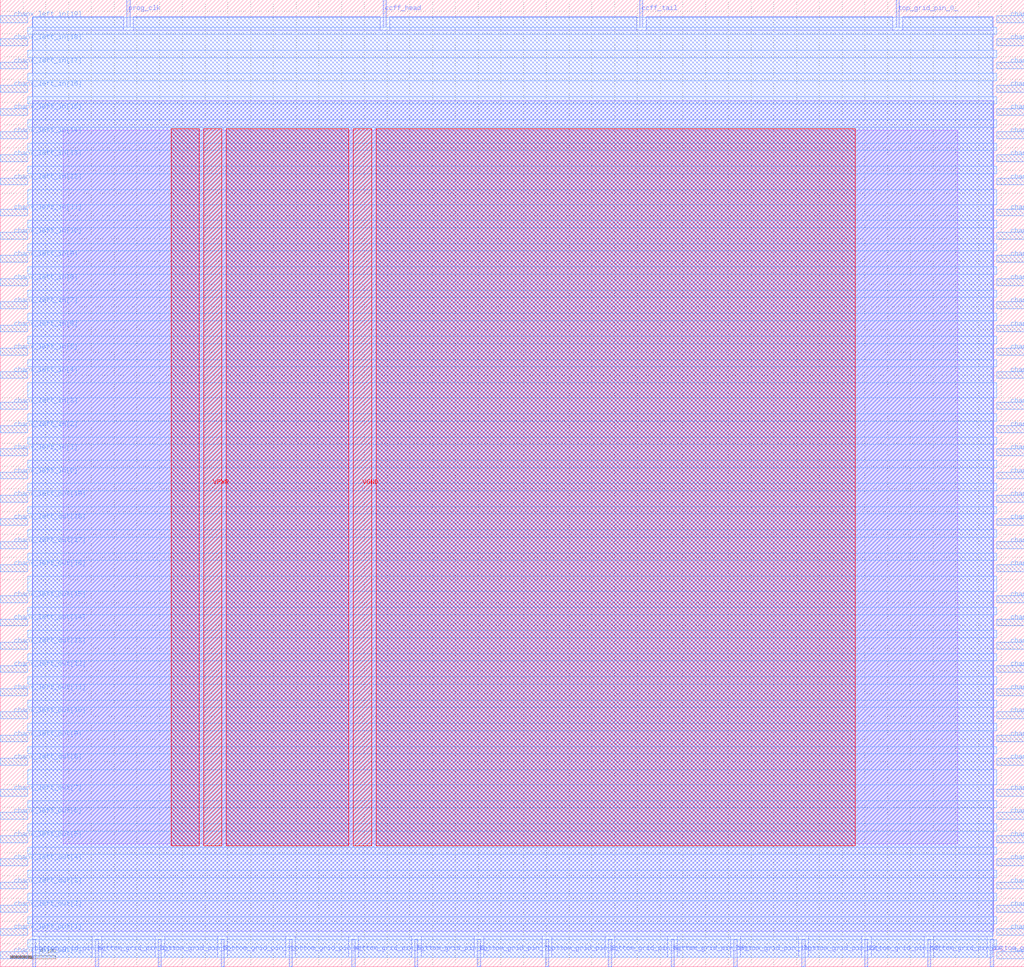
<source format=lef>
VERSION 5.7 ;
  NOWIREEXTENSIONATPIN ON ;
  DIVIDERCHAR "/" ;
  BUSBITCHARS "[]" ;
MACRO cbx_1__8_
  CLASS BLOCK ;
  FOREIGN cbx_1__8_ ;
  ORIGIN 0.000 0.000 ;
  SIZE 90.000 BY 85.000 ;
  PIN bottom_grid_pin_0_
    DIRECTION OUTPUT TRISTATE ;
    PORT
      LAYER met2 ;
        RECT 2.850 0.000 3.130 2.400 ;
    END
  END bottom_grid_pin_0_
  PIN bottom_grid_pin_10_
    DIRECTION OUTPUT TRISTATE ;
    PORT
      LAYER met2 ;
        RECT 58.970 0.000 59.250 2.400 ;
    END
  END bottom_grid_pin_10_
  PIN bottom_grid_pin_11_
    DIRECTION OUTPUT TRISTATE ;
    PORT
      LAYER met2 ;
        RECT 64.490 0.000 64.770 2.400 ;
    END
  END bottom_grid_pin_11_
  PIN bottom_grid_pin_12_
    DIRECTION OUTPUT TRISTATE ;
    PORT
      LAYER met2 ;
        RECT 70.470 0.000 70.750 2.400 ;
    END
  END bottom_grid_pin_12_
  PIN bottom_grid_pin_13_
    DIRECTION OUTPUT TRISTATE ;
    PORT
      LAYER met2 ;
        RECT 75.990 0.000 76.270 2.400 ;
    END
  END bottom_grid_pin_13_
  PIN bottom_grid_pin_14_
    DIRECTION OUTPUT TRISTATE ;
    PORT
      LAYER met2 ;
        RECT 81.510 0.000 81.790 2.400 ;
    END
  END bottom_grid_pin_14_
  PIN bottom_grid_pin_15_
    DIRECTION OUTPUT TRISTATE ;
    PORT
      LAYER met2 ;
        RECT 87.030 0.000 87.310 2.400 ;
    END
  END bottom_grid_pin_15_
  PIN bottom_grid_pin_1_
    DIRECTION OUTPUT TRISTATE ;
    PORT
      LAYER met2 ;
        RECT 8.370 0.000 8.650 2.400 ;
    END
  END bottom_grid_pin_1_
  PIN bottom_grid_pin_2_
    DIRECTION OUTPUT TRISTATE ;
    PORT
      LAYER met2 ;
        RECT 13.890 0.000 14.170 2.400 ;
    END
  END bottom_grid_pin_2_
  PIN bottom_grid_pin_3_
    DIRECTION OUTPUT TRISTATE ;
    PORT
      LAYER met2 ;
        RECT 19.410 0.000 19.690 2.400 ;
    END
  END bottom_grid_pin_3_
  PIN bottom_grid_pin_4_
    DIRECTION OUTPUT TRISTATE ;
    PORT
      LAYER met2 ;
        RECT 25.390 0.000 25.670 2.400 ;
    END
  END bottom_grid_pin_4_
  PIN bottom_grid_pin_5_
    DIRECTION OUTPUT TRISTATE ;
    PORT
      LAYER met2 ;
        RECT 30.910 0.000 31.190 2.400 ;
    END
  END bottom_grid_pin_5_
  PIN bottom_grid_pin_6_
    DIRECTION OUTPUT TRISTATE ;
    PORT
      LAYER met2 ;
        RECT 36.430 0.000 36.710 2.400 ;
    END
  END bottom_grid_pin_6_
  PIN bottom_grid_pin_7_
    DIRECTION OUTPUT TRISTATE ;
    PORT
      LAYER met2 ;
        RECT 41.950 0.000 42.230 2.400 ;
    END
  END bottom_grid_pin_7_
  PIN bottom_grid_pin_8_
    DIRECTION OUTPUT TRISTATE ;
    PORT
      LAYER met2 ;
        RECT 47.930 0.000 48.210 2.400 ;
    END
  END bottom_grid_pin_8_
  PIN bottom_grid_pin_9_
    DIRECTION OUTPUT TRISTATE ;
    PORT
      LAYER met2 ;
        RECT 53.450 0.000 53.730 2.400 ;
    END
  END bottom_grid_pin_9_
  PIN ccff_head
    DIRECTION INPUT ;
    PORT
      LAYER met2 ;
        RECT 33.670 82.600 33.950 85.000 ;
    END
  END ccff_head
  PIN ccff_tail
    DIRECTION OUTPUT TRISTATE ;
    PORT
      LAYER met2 ;
        RECT 56.210 82.600 56.490 85.000 ;
    END
  END ccff_tail
  PIN chanx_left_in[0]
    DIRECTION INPUT ;
    PORT
      LAYER met3 ;
        RECT 0.000 42.880 2.400 43.480 ;
    END
  END chanx_left_in[0]
  PIN chanx_left_in[10]
    DIRECTION INPUT ;
    PORT
      LAYER met3 ;
        RECT 0.000 63.960 2.400 64.560 ;
    END
  END chanx_left_in[10]
  PIN chanx_left_in[11]
    DIRECTION INPUT ;
    PORT
      LAYER met3 ;
        RECT 0.000 66.000 2.400 66.600 ;
    END
  END chanx_left_in[11]
  PIN chanx_left_in[12]
    DIRECTION INPUT ;
    PORT
      LAYER met3 ;
        RECT 0.000 68.720 2.400 69.320 ;
    END
  END chanx_left_in[12]
  PIN chanx_left_in[13]
    DIRECTION INPUT ;
    PORT
      LAYER met3 ;
        RECT 0.000 70.760 2.400 71.360 ;
    END
  END chanx_left_in[13]
  PIN chanx_left_in[14]
    DIRECTION INPUT ;
    PORT
      LAYER met3 ;
        RECT 0.000 72.800 2.400 73.400 ;
    END
  END chanx_left_in[14]
  PIN chanx_left_in[15]
    DIRECTION INPUT ;
    PORT
      LAYER met3 ;
        RECT 0.000 74.840 2.400 75.440 ;
    END
  END chanx_left_in[15]
  PIN chanx_left_in[16]
    DIRECTION INPUT ;
    PORT
      LAYER met3 ;
        RECT 0.000 76.880 2.400 77.480 ;
    END
  END chanx_left_in[16]
  PIN chanx_left_in[17]
    DIRECTION INPUT ;
    PORT
      LAYER met3 ;
        RECT 0.000 78.920 2.400 79.520 ;
    END
  END chanx_left_in[17]
  PIN chanx_left_in[18]
    DIRECTION INPUT ;
    PORT
      LAYER met3 ;
        RECT 0.000 80.960 2.400 81.560 ;
    END
  END chanx_left_in[18]
  PIN chanx_left_in[19]
    DIRECTION INPUT ;
    PORT
      LAYER met3 ;
        RECT 0.000 83.000 2.400 83.600 ;
    END
  END chanx_left_in[19]
  PIN chanx_left_in[1]
    DIRECTION INPUT ;
    PORT
      LAYER met3 ;
        RECT 0.000 44.920 2.400 45.520 ;
    END
  END chanx_left_in[1]
  PIN chanx_left_in[2]
    DIRECTION INPUT ;
    PORT
      LAYER met3 ;
        RECT 0.000 46.960 2.400 47.560 ;
    END
  END chanx_left_in[2]
  PIN chanx_left_in[3]
    DIRECTION INPUT ;
    PORT
      LAYER met3 ;
        RECT 0.000 49.000 2.400 49.600 ;
    END
  END chanx_left_in[3]
  PIN chanx_left_in[4]
    DIRECTION INPUT ;
    PORT
      LAYER met3 ;
        RECT 0.000 51.720 2.400 52.320 ;
    END
  END chanx_left_in[4]
  PIN chanx_left_in[5]
    DIRECTION INPUT ;
    PORT
      LAYER met3 ;
        RECT 0.000 53.760 2.400 54.360 ;
    END
  END chanx_left_in[5]
  PIN chanx_left_in[6]
    DIRECTION INPUT ;
    PORT
      LAYER met3 ;
        RECT 0.000 55.800 2.400 56.400 ;
    END
  END chanx_left_in[6]
  PIN chanx_left_in[7]
    DIRECTION INPUT ;
    PORT
      LAYER met3 ;
        RECT 0.000 57.840 2.400 58.440 ;
    END
  END chanx_left_in[7]
  PIN chanx_left_in[8]
    DIRECTION INPUT ;
    PORT
      LAYER met3 ;
        RECT 0.000 59.880 2.400 60.480 ;
    END
  END chanx_left_in[8]
  PIN chanx_left_in[9]
    DIRECTION INPUT ;
    PORT
      LAYER met3 ;
        RECT 0.000 61.920 2.400 62.520 ;
    END
  END chanx_left_in[9]
  PIN chanx_left_out[0]
    DIRECTION OUTPUT TRISTATE ;
    PORT
      LAYER met3 ;
        RECT 0.000 0.720 2.400 1.320 ;
    END
  END chanx_left_out[0]
  PIN chanx_left_out[10]
    DIRECTION OUTPUT TRISTATE ;
    PORT
      LAYER met3 ;
        RECT 0.000 21.800 2.400 22.400 ;
    END
  END chanx_left_out[10]
  PIN chanx_left_out[11]
    DIRECTION OUTPUT TRISTATE ;
    PORT
      LAYER met3 ;
        RECT 0.000 23.840 2.400 24.440 ;
    END
  END chanx_left_out[11]
  PIN chanx_left_out[12]
    DIRECTION OUTPUT TRISTATE ;
    PORT
      LAYER met3 ;
        RECT 0.000 25.880 2.400 26.480 ;
    END
  END chanx_left_out[12]
  PIN chanx_left_out[13]
    DIRECTION OUTPUT TRISTATE ;
    PORT
      LAYER met3 ;
        RECT 0.000 27.920 2.400 28.520 ;
    END
  END chanx_left_out[13]
  PIN chanx_left_out[14]
    DIRECTION OUTPUT TRISTATE ;
    PORT
      LAYER met3 ;
        RECT 0.000 29.960 2.400 30.560 ;
    END
  END chanx_left_out[14]
  PIN chanx_left_out[15]
    DIRECTION OUTPUT TRISTATE ;
    PORT
      LAYER met3 ;
        RECT 0.000 32.000 2.400 32.600 ;
    END
  END chanx_left_out[15]
  PIN chanx_left_out[16]
    DIRECTION OUTPUT TRISTATE ;
    PORT
      LAYER met3 ;
        RECT 0.000 34.720 2.400 35.320 ;
    END
  END chanx_left_out[16]
  PIN chanx_left_out[17]
    DIRECTION OUTPUT TRISTATE ;
    PORT
      LAYER met3 ;
        RECT 0.000 36.760 2.400 37.360 ;
    END
  END chanx_left_out[17]
  PIN chanx_left_out[18]
    DIRECTION OUTPUT TRISTATE ;
    PORT
      LAYER met3 ;
        RECT 0.000 38.800 2.400 39.400 ;
    END
  END chanx_left_out[18]
  PIN chanx_left_out[19]
    DIRECTION OUTPUT TRISTATE ;
    PORT
      LAYER met3 ;
        RECT 0.000 40.840 2.400 41.440 ;
    END
  END chanx_left_out[19]
  PIN chanx_left_out[1]
    DIRECTION OUTPUT TRISTATE ;
    PORT
      LAYER met3 ;
        RECT 0.000 2.760 2.400 3.360 ;
    END
  END chanx_left_out[1]
  PIN chanx_left_out[2]
    DIRECTION OUTPUT TRISTATE ;
    PORT
      LAYER met3 ;
        RECT 0.000 4.800 2.400 5.400 ;
    END
  END chanx_left_out[2]
  PIN chanx_left_out[3]
    DIRECTION OUTPUT TRISTATE ;
    PORT
      LAYER met3 ;
        RECT 0.000 6.840 2.400 7.440 ;
    END
  END chanx_left_out[3]
  PIN chanx_left_out[4]
    DIRECTION OUTPUT TRISTATE ;
    PORT
      LAYER met3 ;
        RECT 0.000 8.880 2.400 9.480 ;
    END
  END chanx_left_out[4]
  PIN chanx_left_out[5]
    DIRECTION OUTPUT TRISTATE ;
    PORT
      LAYER met3 ;
        RECT 0.000 10.920 2.400 11.520 ;
    END
  END chanx_left_out[5]
  PIN chanx_left_out[6]
    DIRECTION OUTPUT TRISTATE ;
    PORT
      LAYER met3 ;
        RECT 0.000 12.960 2.400 13.560 ;
    END
  END chanx_left_out[6]
  PIN chanx_left_out[7]
    DIRECTION OUTPUT TRISTATE ;
    PORT
      LAYER met3 ;
        RECT 0.000 15.000 2.400 15.600 ;
    END
  END chanx_left_out[7]
  PIN chanx_left_out[8]
    DIRECTION OUTPUT TRISTATE ;
    PORT
      LAYER met3 ;
        RECT 0.000 17.720 2.400 18.320 ;
    END
  END chanx_left_out[8]
  PIN chanx_left_out[9]
    DIRECTION OUTPUT TRISTATE ;
    PORT
      LAYER met3 ;
        RECT 0.000 19.760 2.400 20.360 ;
    END
  END chanx_left_out[9]
  PIN chanx_right_in[0]
    DIRECTION INPUT ;
    PORT
      LAYER met3 ;
        RECT 87.600 42.880 90.000 43.480 ;
    END
  END chanx_right_in[0]
  PIN chanx_right_in[10]
    DIRECTION INPUT ;
    PORT
      LAYER met3 ;
        RECT 87.600 63.960 90.000 64.560 ;
    END
  END chanx_right_in[10]
  PIN chanx_right_in[11]
    DIRECTION INPUT ;
    PORT
      LAYER met3 ;
        RECT 87.600 66.000 90.000 66.600 ;
    END
  END chanx_right_in[11]
  PIN chanx_right_in[12]
    DIRECTION INPUT ;
    PORT
      LAYER met3 ;
        RECT 87.600 68.720 90.000 69.320 ;
    END
  END chanx_right_in[12]
  PIN chanx_right_in[13]
    DIRECTION INPUT ;
    PORT
      LAYER met3 ;
        RECT 87.600 70.760 90.000 71.360 ;
    END
  END chanx_right_in[13]
  PIN chanx_right_in[14]
    DIRECTION INPUT ;
    PORT
      LAYER met3 ;
        RECT 87.600 72.800 90.000 73.400 ;
    END
  END chanx_right_in[14]
  PIN chanx_right_in[15]
    DIRECTION INPUT ;
    PORT
      LAYER met3 ;
        RECT 87.600 74.840 90.000 75.440 ;
    END
  END chanx_right_in[15]
  PIN chanx_right_in[16]
    DIRECTION INPUT ;
    PORT
      LAYER met3 ;
        RECT 87.600 76.880 90.000 77.480 ;
    END
  END chanx_right_in[16]
  PIN chanx_right_in[17]
    DIRECTION INPUT ;
    PORT
      LAYER met3 ;
        RECT 87.600 78.920 90.000 79.520 ;
    END
  END chanx_right_in[17]
  PIN chanx_right_in[18]
    DIRECTION INPUT ;
    PORT
      LAYER met3 ;
        RECT 87.600 80.960 90.000 81.560 ;
    END
  END chanx_right_in[18]
  PIN chanx_right_in[19]
    DIRECTION INPUT ;
    PORT
      LAYER met3 ;
        RECT 87.600 83.000 90.000 83.600 ;
    END
  END chanx_right_in[19]
  PIN chanx_right_in[1]
    DIRECTION INPUT ;
    PORT
      LAYER met3 ;
        RECT 87.600 44.920 90.000 45.520 ;
    END
  END chanx_right_in[1]
  PIN chanx_right_in[2]
    DIRECTION INPUT ;
    PORT
      LAYER met3 ;
        RECT 87.600 46.960 90.000 47.560 ;
    END
  END chanx_right_in[2]
  PIN chanx_right_in[3]
    DIRECTION INPUT ;
    PORT
      LAYER met3 ;
        RECT 87.600 49.000 90.000 49.600 ;
    END
  END chanx_right_in[3]
  PIN chanx_right_in[4]
    DIRECTION INPUT ;
    PORT
      LAYER met3 ;
        RECT 87.600 51.720 90.000 52.320 ;
    END
  END chanx_right_in[4]
  PIN chanx_right_in[5]
    DIRECTION INPUT ;
    PORT
      LAYER met3 ;
        RECT 87.600 53.760 90.000 54.360 ;
    END
  END chanx_right_in[5]
  PIN chanx_right_in[6]
    DIRECTION INPUT ;
    PORT
      LAYER met3 ;
        RECT 87.600 55.800 90.000 56.400 ;
    END
  END chanx_right_in[6]
  PIN chanx_right_in[7]
    DIRECTION INPUT ;
    PORT
      LAYER met3 ;
        RECT 87.600 57.840 90.000 58.440 ;
    END
  END chanx_right_in[7]
  PIN chanx_right_in[8]
    DIRECTION INPUT ;
    PORT
      LAYER met3 ;
        RECT 87.600 59.880 90.000 60.480 ;
    END
  END chanx_right_in[8]
  PIN chanx_right_in[9]
    DIRECTION INPUT ;
    PORT
      LAYER met3 ;
        RECT 87.600 61.920 90.000 62.520 ;
    END
  END chanx_right_in[9]
  PIN chanx_right_out[0]
    DIRECTION OUTPUT TRISTATE ;
    PORT
      LAYER met3 ;
        RECT 87.600 0.720 90.000 1.320 ;
    END
  END chanx_right_out[0]
  PIN chanx_right_out[10]
    DIRECTION OUTPUT TRISTATE ;
    PORT
      LAYER met3 ;
        RECT 87.600 21.800 90.000 22.400 ;
    END
  END chanx_right_out[10]
  PIN chanx_right_out[11]
    DIRECTION OUTPUT TRISTATE ;
    PORT
      LAYER met3 ;
        RECT 87.600 23.840 90.000 24.440 ;
    END
  END chanx_right_out[11]
  PIN chanx_right_out[12]
    DIRECTION OUTPUT TRISTATE ;
    PORT
      LAYER met3 ;
        RECT 87.600 25.880 90.000 26.480 ;
    END
  END chanx_right_out[12]
  PIN chanx_right_out[13]
    DIRECTION OUTPUT TRISTATE ;
    PORT
      LAYER met3 ;
        RECT 87.600 27.920 90.000 28.520 ;
    END
  END chanx_right_out[13]
  PIN chanx_right_out[14]
    DIRECTION OUTPUT TRISTATE ;
    PORT
      LAYER met3 ;
        RECT 87.600 29.960 90.000 30.560 ;
    END
  END chanx_right_out[14]
  PIN chanx_right_out[15]
    DIRECTION OUTPUT TRISTATE ;
    PORT
      LAYER met3 ;
        RECT 87.600 32.000 90.000 32.600 ;
    END
  END chanx_right_out[15]
  PIN chanx_right_out[16]
    DIRECTION OUTPUT TRISTATE ;
    PORT
      LAYER met3 ;
        RECT 87.600 34.720 90.000 35.320 ;
    END
  END chanx_right_out[16]
  PIN chanx_right_out[17]
    DIRECTION OUTPUT TRISTATE ;
    PORT
      LAYER met3 ;
        RECT 87.600 36.760 90.000 37.360 ;
    END
  END chanx_right_out[17]
  PIN chanx_right_out[18]
    DIRECTION OUTPUT TRISTATE ;
    PORT
      LAYER met3 ;
        RECT 87.600 38.800 90.000 39.400 ;
    END
  END chanx_right_out[18]
  PIN chanx_right_out[19]
    DIRECTION OUTPUT TRISTATE ;
    PORT
      LAYER met3 ;
        RECT 87.600 40.840 90.000 41.440 ;
    END
  END chanx_right_out[19]
  PIN chanx_right_out[1]
    DIRECTION OUTPUT TRISTATE ;
    PORT
      LAYER met3 ;
        RECT 87.600 2.760 90.000 3.360 ;
    END
  END chanx_right_out[1]
  PIN chanx_right_out[2]
    DIRECTION OUTPUT TRISTATE ;
    PORT
      LAYER met3 ;
        RECT 87.600 4.800 90.000 5.400 ;
    END
  END chanx_right_out[2]
  PIN chanx_right_out[3]
    DIRECTION OUTPUT TRISTATE ;
    PORT
      LAYER met3 ;
        RECT 87.600 6.840 90.000 7.440 ;
    END
  END chanx_right_out[3]
  PIN chanx_right_out[4]
    DIRECTION OUTPUT TRISTATE ;
    PORT
      LAYER met3 ;
        RECT 87.600 8.880 90.000 9.480 ;
    END
  END chanx_right_out[4]
  PIN chanx_right_out[5]
    DIRECTION OUTPUT TRISTATE ;
    PORT
      LAYER met3 ;
        RECT 87.600 10.920 90.000 11.520 ;
    END
  END chanx_right_out[5]
  PIN chanx_right_out[6]
    DIRECTION OUTPUT TRISTATE ;
    PORT
      LAYER met3 ;
        RECT 87.600 12.960 90.000 13.560 ;
    END
  END chanx_right_out[6]
  PIN chanx_right_out[7]
    DIRECTION OUTPUT TRISTATE ;
    PORT
      LAYER met3 ;
        RECT 87.600 15.000 90.000 15.600 ;
    END
  END chanx_right_out[7]
  PIN chanx_right_out[8]
    DIRECTION OUTPUT TRISTATE ;
    PORT
      LAYER met3 ;
        RECT 87.600 17.720 90.000 18.320 ;
    END
  END chanx_right_out[8]
  PIN chanx_right_out[9]
    DIRECTION OUTPUT TRISTATE ;
    PORT
      LAYER met3 ;
        RECT 87.600 19.760 90.000 20.360 ;
    END
  END chanx_right_out[9]
  PIN prog_clk
    DIRECTION INPUT ;
    PORT
      LAYER met2 ;
        RECT 11.130 82.600 11.410 85.000 ;
    END
  END prog_clk
  PIN top_grid_pin_0_
    DIRECTION OUTPUT TRISTATE ;
    PORT
      LAYER met2 ;
        RECT 78.750 82.600 79.030 85.000 ;
    END
  END top_grid_pin_0_
  PIN VPWR
    DIRECTION INPUT ;
    USE POWER ;
    PORT
      LAYER met4 ;
        RECT 17.880 10.640 19.480 73.680 ;
    END
  END VPWR
  PIN VGND
    DIRECTION INPUT ;
    USE GROUND ;
    PORT
      LAYER met4 ;
        RECT 31.040 10.640 32.640 73.680 ;
    END
  END VGND
  OBS
      LAYER li1 ;
        RECT 5.520 10.795 84.180 73.525 ;
      LAYER met1 ;
        RECT 2.830 3.100 87.330 76.120 ;
      LAYER met2 ;
        RECT 2.860 82.320 10.850 83.485 ;
        RECT 11.690 82.320 33.390 83.485 ;
        RECT 34.230 82.320 55.930 83.485 ;
        RECT 56.770 82.320 78.470 83.485 ;
        RECT 79.310 82.320 87.300 83.485 ;
        RECT 2.860 2.680 87.300 82.320 ;
        RECT 3.410 0.835 8.090 2.680 ;
        RECT 8.930 0.835 13.610 2.680 ;
        RECT 14.450 0.835 19.130 2.680 ;
        RECT 19.970 0.835 25.110 2.680 ;
        RECT 25.950 0.835 30.630 2.680 ;
        RECT 31.470 0.835 36.150 2.680 ;
        RECT 36.990 0.835 41.670 2.680 ;
        RECT 42.510 0.835 47.650 2.680 ;
        RECT 48.490 0.835 53.170 2.680 ;
        RECT 54.010 0.835 58.690 2.680 ;
        RECT 59.530 0.835 64.210 2.680 ;
        RECT 65.050 0.835 70.190 2.680 ;
        RECT 71.030 0.835 75.710 2.680 ;
        RECT 76.550 0.835 81.230 2.680 ;
        RECT 82.070 0.835 86.750 2.680 ;
      LAYER met3 ;
        RECT 2.800 82.600 87.200 83.465 ;
        RECT 2.400 81.960 87.600 82.600 ;
        RECT 2.800 80.560 87.200 81.960 ;
        RECT 2.400 79.920 87.600 80.560 ;
        RECT 2.800 78.520 87.200 79.920 ;
        RECT 2.400 77.880 87.600 78.520 ;
        RECT 2.800 76.480 87.200 77.880 ;
        RECT 2.400 75.840 87.600 76.480 ;
        RECT 2.800 74.440 87.200 75.840 ;
        RECT 2.400 73.800 87.600 74.440 ;
        RECT 2.800 72.400 87.200 73.800 ;
        RECT 2.400 71.760 87.600 72.400 ;
        RECT 2.800 70.360 87.200 71.760 ;
        RECT 2.400 69.720 87.600 70.360 ;
        RECT 2.800 68.320 87.200 69.720 ;
        RECT 2.400 67.000 87.600 68.320 ;
        RECT 2.800 65.600 87.200 67.000 ;
        RECT 2.400 64.960 87.600 65.600 ;
        RECT 2.800 63.560 87.200 64.960 ;
        RECT 2.400 62.920 87.600 63.560 ;
        RECT 2.800 61.520 87.200 62.920 ;
        RECT 2.400 60.880 87.600 61.520 ;
        RECT 2.800 59.480 87.200 60.880 ;
        RECT 2.400 58.840 87.600 59.480 ;
        RECT 2.800 57.440 87.200 58.840 ;
        RECT 2.400 56.800 87.600 57.440 ;
        RECT 2.800 55.400 87.200 56.800 ;
        RECT 2.400 54.760 87.600 55.400 ;
        RECT 2.800 53.360 87.200 54.760 ;
        RECT 2.400 52.720 87.600 53.360 ;
        RECT 2.800 51.320 87.200 52.720 ;
        RECT 2.400 50.000 87.600 51.320 ;
        RECT 2.800 48.600 87.200 50.000 ;
        RECT 2.400 47.960 87.600 48.600 ;
        RECT 2.800 46.560 87.200 47.960 ;
        RECT 2.400 45.920 87.600 46.560 ;
        RECT 2.800 44.520 87.200 45.920 ;
        RECT 2.400 43.880 87.600 44.520 ;
        RECT 2.800 42.480 87.200 43.880 ;
        RECT 2.400 41.840 87.600 42.480 ;
        RECT 2.800 40.440 87.200 41.840 ;
        RECT 2.400 39.800 87.600 40.440 ;
        RECT 2.800 38.400 87.200 39.800 ;
        RECT 2.400 37.760 87.600 38.400 ;
        RECT 2.800 36.360 87.200 37.760 ;
        RECT 2.400 35.720 87.600 36.360 ;
        RECT 2.800 34.320 87.200 35.720 ;
        RECT 2.400 33.000 87.600 34.320 ;
        RECT 2.800 31.600 87.200 33.000 ;
        RECT 2.400 30.960 87.600 31.600 ;
        RECT 2.800 29.560 87.200 30.960 ;
        RECT 2.400 28.920 87.600 29.560 ;
        RECT 2.800 27.520 87.200 28.920 ;
        RECT 2.400 26.880 87.600 27.520 ;
        RECT 2.800 25.480 87.200 26.880 ;
        RECT 2.400 24.840 87.600 25.480 ;
        RECT 2.800 23.440 87.200 24.840 ;
        RECT 2.400 22.800 87.600 23.440 ;
        RECT 2.800 21.400 87.200 22.800 ;
        RECT 2.400 20.760 87.600 21.400 ;
        RECT 2.800 19.360 87.200 20.760 ;
        RECT 2.400 18.720 87.600 19.360 ;
        RECT 2.800 17.320 87.200 18.720 ;
        RECT 2.400 16.000 87.600 17.320 ;
        RECT 2.800 14.600 87.200 16.000 ;
        RECT 2.400 13.960 87.600 14.600 ;
        RECT 2.800 12.560 87.200 13.960 ;
        RECT 2.400 11.920 87.600 12.560 ;
        RECT 2.800 10.520 87.200 11.920 ;
        RECT 2.400 9.880 87.600 10.520 ;
        RECT 2.800 8.480 87.200 9.880 ;
        RECT 2.400 7.840 87.600 8.480 ;
        RECT 2.800 6.440 87.200 7.840 ;
        RECT 2.400 5.800 87.600 6.440 ;
        RECT 2.800 4.400 87.200 5.800 ;
        RECT 2.400 3.760 87.600 4.400 ;
        RECT 2.800 2.360 87.200 3.760 ;
        RECT 2.400 1.720 87.600 2.360 ;
        RECT 2.800 0.855 87.200 1.720 ;
      LAYER met4 ;
        RECT 15.015 10.640 17.480 73.680 ;
        RECT 19.880 10.640 30.640 73.680 ;
        RECT 33.040 10.640 75.145 73.680 ;
  END
END cbx_1__8_
END LIBRARY


</source>
